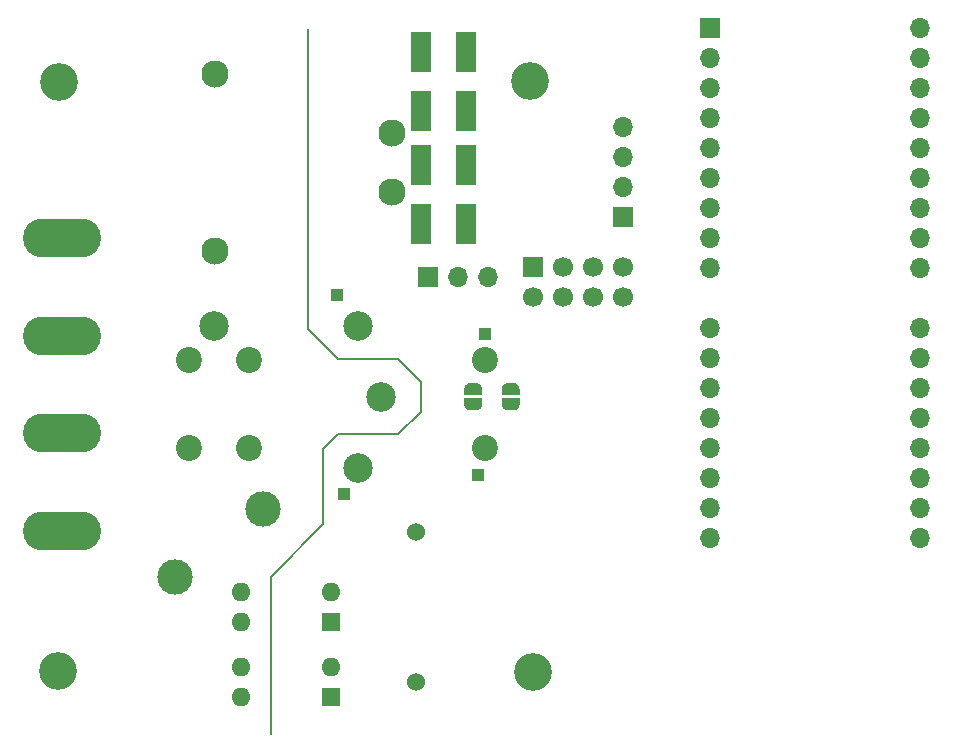
<source format=gbr>
%TF.GenerationSoftware,KiCad,Pcbnew,5.1.9-1.fc32*%
%TF.CreationDate,2021-04-18T22:57:20+02:00*%
%TF.ProjectId,energy-meter,656e6572-6779-42d6-9d65-7465722e6b69,rev?*%
%TF.SameCoordinates,Original*%
%TF.FileFunction,Soldermask,Bot*%
%TF.FilePolarity,Negative*%
%FSLAX46Y46*%
G04 Gerber Fmt 4.6, Leading zero omitted, Abs format (unit mm)*
G04 Created by KiCad (PCBNEW 5.1.9-1.fc32) date 2021-04-18 22:57:20*
%MOMM*%
%LPD*%
G01*
G04 APERTURE LIST*
%ADD10C,0.150000*%
%ADD11R,1.000000X1.000000*%
%ADD12R,1.700000X1.700000*%
%ADD13O,1.700000X1.700000*%
%ADD14O,1.600000X1.600000*%
%ADD15R,1.600000X1.600000*%
%ADD16C,3.000000*%
%ADD17C,2.500000*%
%ADD18R,1.800000X3.500000*%
%ADD19C,0.100000*%
%ADD20C,1.524000*%
%ADD21C,3.200000*%
%ADD22O,6.600000X3.300000*%
%ADD23C,2.200000*%
%ADD24C,2.300000*%
%ADD25C,1.700000*%
G04 APERTURE END LIST*
D10*
X128425000Y-141125000D02*
X132870000Y-136680000D01*
X132870000Y-130330000D02*
X134140000Y-129060000D01*
X134140000Y-122710000D02*
X131600000Y-120170000D01*
X132870000Y-136680000D02*
X132870000Y-130330000D01*
X139220000Y-129060000D02*
X134140000Y-129060000D01*
X141125000Y-127155000D02*
X139220000Y-129060000D01*
X141125000Y-124615000D02*
X141125000Y-127155000D01*
X139220000Y-122710000D02*
X141125000Y-124615000D01*
X134140000Y-122710000D02*
X139220000Y-122710000D01*
X128425000Y-141125000D02*
X128425000Y-154460000D01*
X131600000Y-94770000D02*
X131600000Y-120170000D01*
D11*
%TO.C,TP4*%
X146586000Y-120551000D03*
%TD*%
%TO.C,TP3*%
X145951000Y-132489000D03*
%TD*%
%TO.C,TP5*%
X134648000Y-134140000D03*
%TD*%
%TO.C,TP6*%
X134013000Y-117249000D03*
%TD*%
D12*
%TO.C,U9*%
X165636000Y-94643000D03*
D13*
X165636000Y-97183000D03*
X165636000Y-99723000D03*
X165636000Y-102263000D03*
X165636000Y-104803000D03*
X165636000Y-107343000D03*
X165636000Y-109883000D03*
X165636000Y-112423000D03*
X165636000Y-114963000D03*
X165636000Y-120043000D03*
X165636000Y-122583000D03*
X165636000Y-125123000D03*
X165636000Y-127663000D03*
X165636000Y-130203000D03*
X165636000Y-132743000D03*
X165636000Y-135283000D03*
X165636000Y-137823000D03*
X183416000Y-137823000D03*
X183416000Y-135283000D03*
X183416000Y-132743000D03*
X183416000Y-130203000D03*
X183416000Y-127663000D03*
X183416000Y-125123000D03*
X183416000Y-122583000D03*
X183416000Y-120043000D03*
X183416000Y-114963000D03*
X183416000Y-112423000D03*
X183416000Y-109883000D03*
X183416000Y-107343000D03*
X183416000Y-104803000D03*
X183416000Y-102263000D03*
X183416000Y-99723000D03*
X183416000Y-97183000D03*
X183416000Y-94643000D03*
%TD*%
D14*
%TO.C,U5*%
X125885000Y-151285000D03*
X133505000Y-148745000D03*
X125885000Y-148745000D03*
D15*
X133505000Y-151285000D03*
%TD*%
D14*
%TO.C,U4*%
X125885000Y-144935000D03*
X133505000Y-142395000D03*
X125885000Y-142395000D03*
D15*
X133505000Y-144935000D03*
%TD*%
D16*
%TO.C,TP2*%
X120297000Y-141125000D03*
%TD*%
%TO.C,TP1*%
X127790000Y-135410000D03*
%TD*%
D17*
%TO.C,K2*%
X123595000Y-119885000D03*
X137795000Y-125885000D03*
X135795000Y-131885000D03*
X137795000Y-125885000D03*
X135795000Y-119885000D03*
X123595000Y-119885000D03*
%TD*%
D13*
%TO.C,J2*%
X146840000Y-115725000D03*
X144300000Y-115725000D03*
D12*
X141760000Y-115725000D03*
%TD*%
D13*
%TO.C,J3*%
X158270000Y-103025000D03*
X158270000Y-105565000D03*
X158270000Y-108105000D03*
D12*
X158270000Y-110645000D03*
%TD*%
D18*
%TO.C,D4*%
X144935000Y-101715000D03*
X144935000Y-96715000D03*
%TD*%
%TO.C,D3*%
X141125000Y-96715000D03*
X141125000Y-101715000D03*
%TD*%
%TO.C,D2*%
X144935000Y-106280000D03*
X144935000Y-111280000D03*
%TD*%
%TO.C,D1*%
X141125000Y-111240000D03*
X141125000Y-106240000D03*
%TD*%
D19*
%TO.C,JP3*%
G36*
X146319398Y-126535000D02*
G01*
X146319398Y-126559534D01*
X146314588Y-126608365D01*
X146305016Y-126656490D01*
X146290772Y-126703445D01*
X146271995Y-126748778D01*
X146248864Y-126792051D01*
X146221604Y-126832850D01*
X146190476Y-126870779D01*
X146155779Y-126905476D01*
X146117850Y-126936604D01*
X146077051Y-126963864D01*
X146033778Y-126986995D01*
X145988445Y-127005772D01*
X145941490Y-127020016D01*
X145893365Y-127029588D01*
X145844534Y-127034398D01*
X145820000Y-127034398D01*
X145820000Y-127035000D01*
X145320000Y-127035000D01*
X145320000Y-127034398D01*
X145295466Y-127034398D01*
X145246635Y-127029588D01*
X145198510Y-127020016D01*
X145151555Y-127005772D01*
X145106222Y-126986995D01*
X145062949Y-126963864D01*
X145022150Y-126936604D01*
X144984221Y-126905476D01*
X144949524Y-126870779D01*
X144918396Y-126832850D01*
X144891136Y-126792051D01*
X144868005Y-126748778D01*
X144849228Y-126703445D01*
X144834984Y-126656490D01*
X144825412Y-126608365D01*
X144820602Y-126559534D01*
X144820602Y-126535000D01*
X144820000Y-126535000D01*
X144820000Y-126035000D01*
X146320000Y-126035000D01*
X146320000Y-126535000D01*
X146319398Y-126535000D01*
G37*
G36*
X144820000Y-125735000D02*
G01*
X144820000Y-125235000D01*
X144820602Y-125235000D01*
X144820602Y-125210466D01*
X144825412Y-125161635D01*
X144834984Y-125113510D01*
X144849228Y-125066555D01*
X144868005Y-125021222D01*
X144891136Y-124977949D01*
X144918396Y-124937150D01*
X144949524Y-124899221D01*
X144984221Y-124864524D01*
X145022150Y-124833396D01*
X145062949Y-124806136D01*
X145106222Y-124783005D01*
X145151555Y-124764228D01*
X145198510Y-124749984D01*
X145246635Y-124740412D01*
X145295466Y-124735602D01*
X145320000Y-124735602D01*
X145320000Y-124735000D01*
X145820000Y-124735000D01*
X145820000Y-124735602D01*
X145844534Y-124735602D01*
X145893365Y-124740412D01*
X145941490Y-124749984D01*
X145988445Y-124764228D01*
X146033778Y-124783005D01*
X146077051Y-124806136D01*
X146117850Y-124833396D01*
X146155779Y-124864524D01*
X146190476Y-124899221D01*
X146221604Y-124937150D01*
X146248864Y-124977949D01*
X146271995Y-125021222D01*
X146290772Y-125066555D01*
X146305016Y-125113510D01*
X146314588Y-125161635D01*
X146319398Y-125210466D01*
X146319398Y-125235000D01*
X146320000Y-125235000D01*
X146320000Y-125735000D01*
X144820000Y-125735000D01*
G37*
%TD*%
%TO.C,JP2*%
G36*
X149494398Y-126535000D02*
G01*
X149494398Y-126559534D01*
X149489588Y-126608365D01*
X149480016Y-126656490D01*
X149465772Y-126703445D01*
X149446995Y-126748778D01*
X149423864Y-126792051D01*
X149396604Y-126832850D01*
X149365476Y-126870779D01*
X149330779Y-126905476D01*
X149292850Y-126936604D01*
X149252051Y-126963864D01*
X149208778Y-126986995D01*
X149163445Y-127005772D01*
X149116490Y-127020016D01*
X149068365Y-127029588D01*
X149019534Y-127034398D01*
X148995000Y-127034398D01*
X148995000Y-127035000D01*
X148495000Y-127035000D01*
X148495000Y-127034398D01*
X148470466Y-127034398D01*
X148421635Y-127029588D01*
X148373510Y-127020016D01*
X148326555Y-127005772D01*
X148281222Y-126986995D01*
X148237949Y-126963864D01*
X148197150Y-126936604D01*
X148159221Y-126905476D01*
X148124524Y-126870779D01*
X148093396Y-126832850D01*
X148066136Y-126792051D01*
X148043005Y-126748778D01*
X148024228Y-126703445D01*
X148009984Y-126656490D01*
X148000412Y-126608365D01*
X147995602Y-126559534D01*
X147995602Y-126535000D01*
X147995000Y-126535000D01*
X147995000Y-126035000D01*
X149495000Y-126035000D01*
X149495000Y-126535000D01*
X149494398Y-126535000D01*
G37*
G36*
X147995000Y-125735000D02*
G01*
X147995000Y-125235000D01*
X147995602Y-125235000D01*
X147995602Y-125210466D01*
X148000412Y-125161635D01*
X148009984Y-125113510D01*
X148024228Y-125066555D01*
X148043005Y-125021222D01*
X148066136Y-124977949D01*
X148093396Y-124937150D01*
X148124524Y-124899221D01*
X148159221Y-124864524D01*
X148197150Y-124833396D01*
X148237949Y-124806136D01*
X148281222Y-124783005D01*
X148326555Y-124764228D01*
X148373510Y-124749984D01*
X148421635Y-124740412D01*
X148470466Y-124735602D01*
X148495000Y-124735602D01*
X148495000Y-124735000D01*
X148995000Y-124735000D01*
X148995000Y-124735602D01*
X149019534Y-124735602D01*
X149068365Y-124740412D01*
X149116490Y-124749984D01*
X149163445Y-124764228D01*
X149208778Y-124783005D01*
X149252051Y-124806136D01*
X149292850Y-124833396D01*
X149330779Y-124864524D01*
X149365476Y-124899221D01*
X149396604Y-124937150D01*
X149423864Y-124977949D01*
X149446995Y-125021222D01*
X149465772Y-125066555D01*
X149480016Y-125113510D01*
X149489588Y-125161635D01*
X149494398Y-125210466D01*
X149494398Y-125235000D01*
X149495000Y-125235000D01*
X149495000Y-125735000D01*
X147995000Y-125735000D01*
G37*
%TD*%
D20*
%TO.C,T1*%
X140744000Y-137315000D03*
X140744000Y-150015000D03*
%TD*%
D21*
%TO.C,REF\u002A\u002A*%
X110467000Y-99285000D03*
%TD*%
%TO.C,REF\u002A\u002A*%
X150417000Y-99135000D03*
%TD*%
%TO.C,REF\u002A\u002A*%
X150667000Y-149235000D03*
%TD*%
D22*
%TO.C,J1*%
X110729000Y-137230000D03*
X110729000Y-128980000D03*
X110729000Y-120730000D03*
X110729000Y-112480000D03*
%TD*%
D23*
%TO.C,K1*%
X126551000Y-130256000D03*
X121551000Y-130256000D03*
X121551000Y-122756000D03*
X126551000Y-122756000D03*
X146551000Y-122756000D03*
X146551000Y-130256000D03*
%TD*%
D24*
%TO.C,T2*%
X138676000Y-108559000D03*
X138676000Y-103559000D03*
X123676000Y-98559000D03*
X123676000Y-113559000D03*
%TD*%
D25*
%TO.C,P1*%
X150607000Y-117438200D03*
X153147000Y-117438200D03*
X155687000Y-117438200D03*
X158227000Y-117438200D03*
X158227000Y-114898200D03*
X155687000Y-114898200D03*
X153147000Y-114898200D03*
D12*
X150607000Y-114898200D03*
%TD*%
D21*
%TO.C,REF\u002A\u002A*%
X110427000Y-149075000D03*
%TD*%
M02*

</source>
